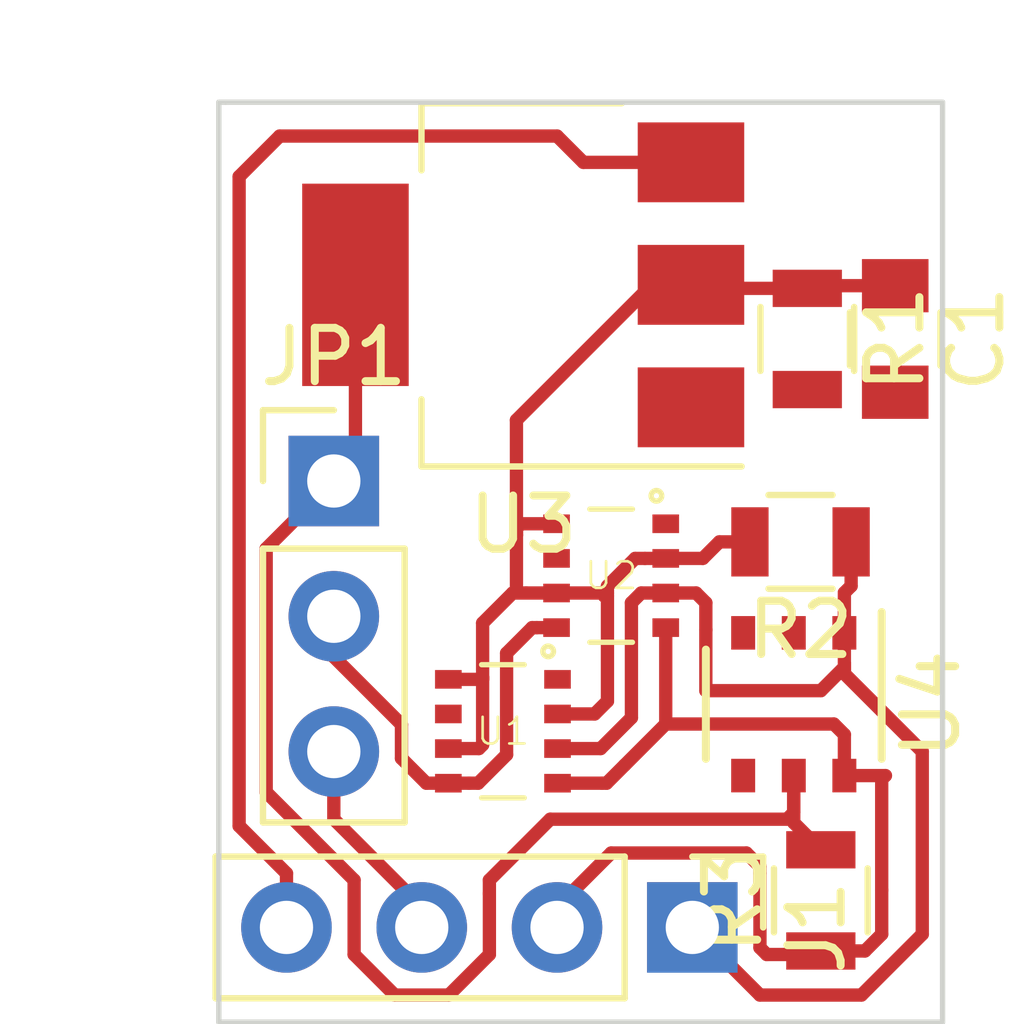
<source format=kicad_pcb>
(kicad_pcb (version 4) (host pcbnew 4.0.6-e0-6349~53~ubuntu16.04.1)

  (general
    (links 33)
    (no_connects 9)
    (area 157.429999 71.831999 171.119001 89.204001)
    (thickness 1.6)
    (drawings 5)
    (tracks 120)
    (zones 0)
    (modules 10)
    (nets 7)
  )

  (page A4)
  (layers
    (0 F.Cu signal)
    (31 B.Cu signal)
    (32 B.Adhes user)
    (33 F.Adhes user)
    (34 B.Paste user)
    (35 F.Paste user)
    (36 B.SilkS user)
    (37 F.SilkS user)
    (38 B.Mask user)
    (39 F.Mask user)
    (40 Dwgs.User user)
    (41 Cmts.User user)
    (42 Eco1.User user)
    (43 Eco2.User user)
    (44 Edge.Cuts user)
    (45 Margin user)
    (46 B.CrtYd user)
    (47 F.CrtYd user)
    (48 B.Fab user)
    (49 F.Fab user)
  )

  (setup
    (last_trace_width 0.25)
    (trace_clearance 0.2)
    (zone_clearance 0.508)
    (zone_45_only no)
    (trace_min 0.2)
    (segment_width 0.2)
    (edge_width 0.1)
    (via_size 0.6)
    (via_drill 0.4)
    (via_min_size 0.4)
    (via_min_drill 0.3)
    (uvia_size 0.3)
    (uvia_drill 0.1)
    (uvias_allowed no)
    (uvia_min_size 0.2)
    (uvia_min_drill 0.1)
    (pcb_text_width 0.3)
    (pcb_text_size 1.5 1.5)
    (mod_edge_width 0.15)
    (mod_text_size 1 1)
    (mod_text_width 0.15)
    (pad_size 1.5 1.5)
    (pad_drill 0.6)
    (pad_to_mask_clearance 0)
    (aux_axis_origin 0 0)
    (visible_elements FFFCFF7F)
    (pcbplotparams
      (layerselection 0x00030_80000001)
      (usegerberextensions false)
      (excludeedgelayer true)
      (linewidth 0.100000)
      (plotframeref false)
      (viasonmask false)
      (mode 1)
      (useauxorigin false)
      (hpglpennumber 1)
      (hpglpenspeed 20)
      (hpglpendiameter 15)
      (hpglpenoverlay 2)
      (psnegative false)
      (psa4output false)
      (plotreference true)
      (plotvalue true)
      (plotinvisibletext false)
      (padsonsilk false)
      (subtractmaskfromsilk false)
      (outputformat 1)
      (mirror false)
      (drillshape 1)
      (scaleselection 1)
      (outputdirectory ""))
  )

  (net 0 "")
  (net 1 +3V3)
  (net 2 GND)
  (net 3 SDA)
  (net 4 SCL)
  (net 5 +5V)
  (net 6 "Net-(JP1-Pad2)")

  (net_class Default "This is the default net class."
    (clearance 0.2)
    (trace_width 0.25)
    (via_dia 0.6)
    (via_drill 0.4)
    (uvia_dia 0.3)
    (uvia_drill 0.1)
    (add_net +3V3)
    (add_net +5V)
    (add_net GND)
    (add_net "Net-(JP1-Pad2)")
    (add_net SCL)
    (add_net SDA)
  )

  (module TO_SOT_Packages_SMD:SOT-223 (layer F.Cu) (tedit 596E3A95) (tstamp 596E37F3)
    (at 163.195 75.311 180)
    (descr "module CMS SOT223 4 pins")
    (tags "CMS SOT")
    (path /596DFE49)
    (attr smd)
    (fp_text reference U3 (at 0 -4.5 180) (layer F.SilkS)
      (effects (font (size 1 1) (thickness 0.15)))
    )
    (fp_text value LD1117S33TR (at 0 4.5 180) (layer F.Fab)
      (effects (font (size 1 1) (thickness 0.15)))
    )
    (fp_text user %R (at 0 0 180) (layer F.Fab)
      (effects (font (size 0.8 0.8) (thickness 0.12)))
    )
    (fp_line (start -1.85 -2.3) (end -0.8 -3.35) (layer F.Fab) (width 0.1))
    (fp_line (start 1.91 3.41) (end 1.91 2.15) (layer F.SilkS) (width 0.12))
    (fp_line (start 1.91 -3.41) (end 1.91 -2.15) (layer F.SilkS) (width 0.12))
    (fp_line (start 4.4 -3.6) (end -4.4 -3.6) (layer F.CrtYd) (width 0.05))
    (fp_line (start 4.4 3.6) (end 4.4 -3.6) (layer F.CrtYd) (width 0.05))
    (fp_line (start -4.4 3.6) (end 4.4 3.6) (layer F.CrtYd) (width 0.05))
    (fp_line (start -4.4 -3.6) (end -4.4 3.6) (layer F.CrtYd) (width 0.05))
    (fp_line (start -1.85 -2.3) (end -1.85 3.35) (layer F.Fab) (width 0.1))
    (fp_line (start -1.85 3.41) (end 1.91 3.41) (layer F.SilkS) (width 0.12))
    (fp_line (start -0.8 -3.35) (end 1.85 -3.35) (layer F.Fab) (width 0.1))
    (fp_line (start -4.1 -3.41) (end 1.91 -3.41) (layer F.SilkS) (width 0.12))
    (fp_line (start -1.85 3.35) (end 1.85 3.35) (layer F.Fab) (width 0.1))
    (fp_line (start 1.85 -3.35) (end 1.85 3.35) (layer F.Fab) (width 0.1))
    (pad 2 smd rect (at 3.15 0 180) (size 2 3.8) (layers F.Cu F.Paste F.Mask)
      (net 1 +3V3))
    (pad 2 smd rect (at -3.15 0 180) (size 2 1.5) (layers F.Cu F.Paste F.Mask)
      (net 1 +3V3))
    (pad 3 smd rect (at -3.15 2.3 180) (size 2 1.5) (layers F.Cu F.Paste F.Mask)
      (net 5 +5V))
    (pad 1 smd rect (at -3.15 -2.3 180) (size 2 1.5) (layers F.Cu F.Paste F.Mask)
      (net 2 GND))
    (model ${KISYS3DMOD}/TO_SOT_Packages_SMD.3dshapes/SOT-223.wrl
      (at (xyz 0 0 0))
      (scale (xyz 1 1 1))
      (rotate (xyz 0 0 0))
    )
  )

  (module Housings_DFN_QFN:DFN-6-1EP_3x3mm_Pitch0.95mm (layer F.Cu) (tedit 596E37DE) (tstamp 596E380C)
    (at 168.275 83.185 270)
    (descr "DFN6 3*3 MM, 0.95 PITCH; CASE 506AH-01 (see ON Semiconductor 506AH.PDF)")
    (tags "DFN 0.95")
    (path /596E0897)
    (attr smd)
    (fp_text reference U4 (at 0 -2.575 270) (layer F.SilkS)
      (effects (font (size 1 1) (thickness 0.15)))
    )
    (fp_text value SHT21 (at 0 2.575 270) (layer F.Fab)
      (effects (font (size 1 1) (thickness 0.15)))
    )
    (fp_line (start -0.5 -1.5) (end 1.5 -1.5) (layer F.Fab) (width 0.15))
    (fp_line (start 1.5 -1.5) (end 1.5 1.5) (layer F.Fab) (width 0.15))
    (fp_line (start 1.5 1.5) (end -1.5 1.5) (layer F.Fab) (width 0.15))
    (fp_line (start -1.5 1.5) (end -1.5 -0.5) (layer F.Fab) (width 0.15))
    (fp_line (start -1.5 -0.5) (end -0.5 -1.5) (layer F.Fab) (width 0.15))
    (fp_line (start -1.9 -1.85) (end -1.9 1.85) (layer F.CrtYd) (width 0.05))
    (fp_line (start 1.9 -1.85) (end 1.9 1.85) (layer F.CrtYd) (width 0.05))
    (fp_line (start -1.9 -1.85) (end 1.9 -1.85) (layer F.CrtYd) (width 0.05))
    (fp_line (start -1.9 1.85) (end 1.9 1.85) (layer F.CrtYd) (width 0.05))
    (fp_line (start -1.025 1.65) (end 1.025 1.65) (layer F.SilkS) (width 0.15))
    (fp_line (start -1.73 -1.65) (end 1.025 -1.65) (layer F.SilkS) (width 0.15))
    (pad 1 smd rect (at -1.34 -0.95 270) (size 0.63 0.45) (layers F.Cu F.Paste F.Mask)
      (net 3 SDA))
    (pad 2 smd rect (at -1.34 0 270) (size 0.63 0.45) (layers F.Cu F.Paste F.Mask)
      (net 2 GND))
    (pad 3 smd rect (at -1.34 0.95 270) (size 0.63 0.45) (layers F.Cu F.Paste F.Mask))
    (pad 4 smd rect (at 1.34 0.95 270) (size 0.63 0.45) (layers F.Cu F.Paste F.Mask))
    (pad 5 smd rect (at 1.34 0 270) (size 0.63 0.45) (layers F.Cu F.Paste F.Mask)
      (net 1 +3V3))
    (pad 6 smd rect (at 1.34 -0.95 270) (size 0.63 0.45) (layers F.Cu F.Paste F.Mask)
      (net 4 SCL))
    (model Housings_DFN_QFN.3dshapes/DFN-6-1EP_3x3mm_Pitch0.95mm.wrl
      (at (xyz 0 0 0))
      (scale (xyz 1 1 1))
      (rotate (xyz 0 0 0))
    )
  )

  (module Capacitors_SMD:C_0805 (layer F.Cu) (tedit 58AA8463) (tstamp 596E375D)
    (at 170.18 76.327 270)
    (descr "Capacitor SMD 0805, reflow soldering, AVX (see smccp.pdf)")
    (tags "capacitor 0805")
    (path /596DFFD0)
    (attr smd)
    (fp_text reference C1 (at 0 -1.5 270) (layer F.SilkS)
      (effects (font (size 1 1) (thickness 0.15)))
    )
    (fp_text value C (at 0 1.75 270) (layer F.Fab)
      (effects (font (size 1 1) (thickness 0.15)))
    )
    (fp_text user %R (at 0 -1.5 270) (layer F.Fab)
      (effects (font (size 1 1) (thickness 0.15)))
    )
    (fp_line (start -1 0.62) (end -1 -0.62) (layer F.Fab) (width 0.1))
    (fp_line (start 1 0.62) (end -1 0.62) (layer F.Fab) (width 0.1))
    (fp_line (start 1 -0.62) (end 1 0.62) (layer F.Fab) (width 0.1))
    (fp_line (start -1 -0.62) (end 1 -0.62) (layer F.Fab) (width 0.1))
    (fp_line (start 0.5 -0.85) (end -0.5 -0.85) (layer F.SilkS) (width 0.12))
    (fp_line (start -0.5 0.85) (end 0.5 0.85) (layer F.SilkS) (width 0.12))
    (fp_line (start -1.75 -0.88) (end 1.75 -0.88) (layer F.CrtYd) (width 0.05))
    (fp_line (start -1.75 -0.88) (end -1.75 0.87) (layer F.CrtYd) (width 0.05))
    (fp_line (start 1.75 0.87) (end 1.75 -0.88) (layer F.CrtYd) (width 0.05))
    (fp_line (start 1.75 0.87) (end -1.75 0.87) (layer F.CrtYd) (width 0.05))
    (pad 1 smd rect (at -1 0 270) (size 1 1.25) (layers F.Cu F.Paste F.Mask)
      (net 1 +3V3))
    (pad 2 smd rect (at 1 0 270) (size 1 1.25) (layers F.Cu F.Paste F.Mask)
      (net 2 GND))
    (model Capacitors_SMD.3dshapes/C_0805.wrl
      (at (xyz 0 0 0))
      (scale (xyz 1 1 1))
      (rotate (xyz 0 0 0))
    )
  )

  (module Pin_Headers:Pin_Header_Straight_1x04_Pitch2.54mm (layer F.Cu) (tedit 59650532) (tstamp 596E3775)
    (at 166.37 87.376 270)
    (descr "Through hole straight pin header, 1x04, 2.54mm pitch, single row")
    (tags "Through hole pin header THT 1x04 2.54mm single row")
    (path /596DFEA8)
    (fp_text reference J1 (at 0 -2.33 270) (layer F.SilkS)
      (effects (font (size 1 1) (thickness 0.15)))
    )
    (fp_text value i2c (at 0 9.95 270) (layer F.Fab)
      (effects (font (size 1 1) (thickness 0.15)))
    )
    (fp_line (start -0.635 -1.27) (end 1.27 -1.27) (layer F.Fab) (width 0.1))
    (fp_line (start 1.27 -1.27) (end 1.27 8.89) (layer F.Fab) (width 0.1))
    (fp_line (start 1.27 8.89) (end -1.27 8.89) (layer F.Fab) (width 0.1))
    (fp_line (start -1.27 8.89) (end -1.27 -0.635) (layer F.Fab) (width 0.1))
    (fp_line (start -1.27 -0.635) (end -0.635 -1.27) (layer F.Fab) (width 0.1))
    (fp_line (start -1.33 8.95) (end 1.33 8.95) (layer F.SilkS) (width 0.12))
    (fp_line (start -1.33 1.27) (end -1.33 8.95) (layer F.SilkS) (width 0.12))
    (fp_line (start 1.33 1.27) (end 1.33 8.95) (layer F.SilkS) (width 0.12))
    (fp_line (start -1.33 1.27) (end 1.33 1.27) (layer F.SilkS) (width 0.12))
    (fp_line (start -1.33 0) (end -1.33 -1.33) (layer F.SilkS) (width 0.12))
    (fp_line (start -1.33 -1.33) (end 0 -1.33) (layer F.SilkS) (width 0.12))
    (fp_line (start -1.8 -1.8) (end -1.8 9.4) (layer F.CrtYd) (width 0.05))
    (fp_line (start -1.8 9.4) (end 1.8 9.4) (layer F.CrtYd) (width 0.05))
    (fp_line (start 1.8 9.4) (end 1.8 -1.8) (layer F.CrtYd) (width 0.05))
    (fp_line (start 1.8 -1.8) (end -1.8 -1.8) (layer F.CrtYd) (width 0.05))
    (fp_text user %R (at 0 3.81 360) (layer F.Fab)
      (effects (font (size 1 1) (thickness 0.15)))
    )
    (pad 1 thru_hole rect (at 0 0 270) (size 1.7 1.7) (drill 1) (layers *.Cu *.Mask)
      (net 3 SDA))
    (pad 2 thru_hole oval (at 0 2.54 270) (size 1.7 1.7) (drill 1) (layers *.Cu *.Mask)
      (net 4 SCL))
    (pad 3 thru_hole oval (at 0 5.08 270) (size 1.7 1.7) (drill 1) (layers *.Cu *.Mask)
      (net 2 GND))
    (pad 4 thru_hole oval (at 0 7.62 270) (size 1.7 1.7) (drill 1) (layers *.Cu *.Mask)
      (net 5 +5V))
    (model ${KISYS3DMOD}/Pin_Headers.3dshapes/Pin_Header_Straight_1x04_Pitch2.54mm.wrl
      (at (xyz 0 0 0))
      (scale (xyz 1 1 1))
      (rotate (xyz 0 0 0))
    )
  )

  (module Pin_Headers:Pin_Header_Straight_1x03_Pitch2.54mm (layer F.Cu) (tedit 59650532) (tstamp 596E378C)
    (at 159.639 78.994)
    (descr "Through hole straight pin header, 1x03, 2.54mm pitch, single row")
    (tags "Through hole pin header THT 1x03 2.54mm single row")
    (path /596E1486)
    (fp_text reference JP1 (at 0 -2.33) (layer F.SilkS)
      (effects (font (size 1 1) (thickness 0.15)))
    )
    (fp_text value Jumper_NC_Dual (at 0 7.41) (layer F.Fab)
      (effects (font (size 1 1) (thickness 0.15)))
    )
    (fp_line (start -0.635 -1.27) (end 1.27 -1.27) (layer F.Fab) (width 0.1))
    (fp_line (start 1.27 -1.27) (end 1.27 6.35) (layer F.Fab) (width 0.1))
    (fp_line (start 1.27 6.35) (end -1.27 6.35) (layer F.Fab) (width 0.1))
    (fp_line (start -1.27 6.35) (end -1.27 -0.635) (layer F.Fab) (width 0.1))
    (fp_line (start -1.27 -0.635) (end -0.635 -1.27) (layer F.Fab) (width 0.1))
    (fp_line (start -1.33 6.41) (end 1.33 6.41) (layer F.SilkS) (width 0.12))
    (fp_line (start -1.33 1.27) (end -1.33 6.41) (layer F.SilkS) (width 0.12))
    (fp_line (start 1.33 1.27) (end 1.33 6.41) (layer F.SilkS) (width 0.12))
    (fp_line (start -1.33 1.27) (end 1.33 1.27) (layer F.SilkS) (width 0.12))
    (fp_line (start -1.33 0) (end -1.33 -1.33) (layer F.SilkS) (width 0.12))
    (fp_line (start -1.33 -1.33) (end 0 -1.33) (layer F.SilkS) (width 0.12))
    (fp_line (start -1.8 -1.8) (end -1.8 6.85) (layer F.CrtYd) (width 0.05))
    (fp_line (start -1.8 6.85) (end 1.8 6.85) (layer F.CrtYd) (width 0.05))
    (fp_line (start 1.8 6.85) (end 1.8 -1.8) (layer F.CrtYd) (width 0.05))
    (fp_line (start 1.8 -1.8) (end -1.8 -1.8) (layer F.CrtYd) (width 0.05))
    (fp_text user %R (at 0 2.54 90) (layer F.Fab)
      (effects (font (size 1 1) (thickness 0.15)))
    )
    (pad 1 thru_hole rect (at 0 0) (size 1.7 1.7) (drill 1) (layers *.Cu *.Mask)
      (net 1 +3V3))
    (pad 2 thru_hole oval (at 0 2.54) (size 1.7 1.7) (drill 1) (layers *.Cu *.Mask)
      (net 6 "Net-(JP1-Pad2)"))
    (pad 3 thru_hole oval (at 0 5.08) (size 1.7 1.7) (drill 1) (layers *.Cu *.Mask)
      (net 2 GND))
    (model ${KISYS3DMOD}/Pin_Headers.3dshapes/Pin_Header_Straight_1x03_Pitch2.54mm.wrl
      (at (xyz 0 0 0))
      (scale (xyz 1 1 1))
      (rotate (xyz 0 0 0))
    )
  )

  (module Resistors_SMD:R_0805 (layer F.Cu) (tedit 58E0A804) (tstamp 596E379D)
    (at 168.529 76.327 270)
    (descr "Resistor SMD 0805, reflow soldering, Vishay (see dcrcw.pdf)")
    (tags "resistor 0805")
    (path /596E00CB)
    (attr smd)
    (fp_text reference R1 (at 0 -1.65 270) (layer F.SilkS)
      (effects (font (size 1 1) (thickness 0.15)))
    )
    (fp_text value R (at 0 1.75 270) (layer F.Fab)
      (effects (font (size 1 1) (thickness 0.15)))
    )
    (fp_text user %R (at 0 0 270) (layer F.Fab)
      (effects (font (size 0.5 0.5) (thickness 0.075)))
    )
    (fp_line (start -1 0.62) (end -1 -0.62) (layer F.Fab) (width 0.1))
    (fp_line (start 1 0.62) (end -1 0.62) (layer F.Fab) (width 0.1))
    (fp_line (start 1 -0.62) (end 1 0.62) (layer F.Fab) (width 0.1))
    (fp_line (start -1 -0.62) (end 1 -0.62) (layer F.Fab) (width 0.1))
    (fp_line (start 0.6 0.88) (end -0.6 0.88) (layer F.SilkS) (width 0.12))
    (fp_line (start -0.6 -0.88) (end 0.6 -0.88) (layer F.SilkS) (width 0.12))
    (fp_line (start -1.55 -0.9) (end 1.55 -0.9) (layer F.CrtYd) (width 0.05))
    (fp_line (start -1.55 -0.9) (end -1.55 0.9) (layer F.CrtYd) (width 0.05))
    (fp_line (start 1.55 0.9) (end 1.55 -0.9) (layer F.CrtYd) (width 0.05))
    (fp_line (start 1.55 0.9) (end -1.55 0.9) (layer F.CrtYd) (width 0.05))
    (pad 1 smd rect (at -0.95 0 270) (size 0.7 1.3) (layers F.Cu F.Paste F.Mask)
      (net 1 +3V3))
    (pad 2 smd rect (at 0.95 0 270) (size 0.7 1.3) (layers F.Cu F.Paste F.Mask)
      (net 2 GND))
    (model ${KISYS3DMOD}/Resistors_SMD.3dshapes/R_0805.wrl
      (at (xyz 0 0 0))
      (scale (xyz 1 1 1))
      (rotate (xyz 0 0 0))
    )
  )

  (module Resistors_SMD:R_0805 (layer F.Cu) (tedit 58E0A804) (tstamp 596E37AE)
    (at 168.402 80.137 180)
    (descr "Resistor SMD 0805, reflow soldering, Vishay (see dcrcw.pdf)")
    (tags "resistor 0805")
    (path /596E002D)
    (attr smd)
    (fp_text reference R2 (at 0 -1.65 180) (layer F.SilkS)
      (effects (font (size 1 1) (thickness 0.15)))
    )
    (fp_text value R (at 0 1.75 180) (layer F.Fab)
      (effects (font (size 1 1) (thickness 0.15)))
    )
    (fp_text user %R (at 0 0 180) (layer F.Fab)
      (effects (font (size 0.5 0.5) (thickness 0.075)))
    )
    (fp_line (start -1 0.62) (end -1 -0.62) (layer F.Fab) (width 0.1))
    (fp_line (start 1 0.62) (end -1 0.62) (layer F.Fab) (width 0.1))
    (fp_line (start 1 -0.62) (end 1 0.62) (layer F.Fab) (width 0.1))
    (fp_line (start -1 -0.62) (end 1 -0.62) (layer F.Fab) (width 0.1))
    (fp_line (start 0.6 0.88) (end -0.6 0.88) (layer F.SilkS) (width 0.12))
    (fp_line (start -0.6 -0.88) (end 0.6 -0.88) (layer F.SilkS) (width 0.12))
    (fp_line (start -1.55 -0.9) (end 1.55 -0.9) (layer F.CrtYd) (width 0.05))
    (fp_line (start -1.55 -0.9) (end -1.55 0.9) (layer F.CrtYd) (width 0.05))
    (fp_line (start 1.55 0.9) (end 1.55 -0.9) (layer F.CrtYd) (width 0.05))
    (fp_line (start 1.55 0.9) (end -1.55 0.9) (layer F.CrtYd) (width 0.05))
    (pad 1 smd rect (at -0.95 0 180) (size 0.7 1.3) (layers F.Cu F.Paste F.Mask)
      (net 3 SDA))
    (pad 2 smd rect (at 0.95 0 180) (size 0.7 1.3) (layers F.Cu F.Paste F.Mask)
      (net 1 +3V3))
    (model ${KISYS3DMOD}/Resistors_SMD.3dshapes/R_0805.wrl
      (at (xyz 0 0 0))
      (scale (xyz 1 1 1))
      (rotate (xyz 0 0 0))
    )
  )

  (module Resistors_SMD:R_0805 (layer F.Cu) (tedit 58E0A804) (tstamp 596E37BF)
    (at 168.783 86.868 90)
    (descr "Resistor SMD 0805, reflow soldering, Vishay (see dcrcw.pdf)")
    (tags "resistor 0805")
    (path /596E008C)
    (attr smd)
    (fp_text reference R3 (at 0 -1.65 90) (layer F.SilkS)
      (effects (font (size 1 1) (thickness 0.15)))
    )
    (fp_text value R (at 0 1.75 90) (layer F.Fab)
      (effects (font (size 1 1) (thickness 0.15)))
    )
    (fp_text user %R (at 0 0 90) (layer F.Fab)
      (effects (font (size 0.5 0.5) (thickness 0.075)))
    )
    (fp_line (start -1 0.62) (end -1 -0.62) (layer F.Fab) (width 0.1))
    (fp_line (start 1 0.62) (end -1 0.62) (layer F.Fab) (width 0.1))
    (fp_line (start 1 -0.62) (end 1 0.62) (layer F.Fab) (width 0.1))
    (fp_line (start -1 -0.62) (end 1 -0.62) (layer F.Fab) (width 0.1))
    (fp_line (start 0.6 0.88) (end -0.6 0.88) (layer F.SilkS) (width 0.12))
    (fp_line (start -0.6 -0.88) (end 0.6 -0.88) (layer F.SilkS) (width 0.12))
    (fp_line (start -1.55 -0.9) (end 1.55 -0.9) (layer F.CrtYd) (width 0.05))
    (fp_line (start -1.55 -0.9) (end -1.55 0.9) (layer F.CrtYd) (width 0.05))
    (fp_line (start 1.55 0.9) (end 1.55 -0.9) (layer F.CrtYd) (width 0.05))
    (fp_line (start 1.55 0.9) (end -1.55 0.9) (layer F.CrtYd) (width 0.05))
    (pad 1 smd rect (at -0.95 0 90) (size 0.7 1.3) (layers F.Cu F.Paste F.Mask)
      (net 4 SCL))
    (pad 2 smd rect (at 0.95 0 90) (size 0.7 1.3) (layers F.Cu F.Paste F.Mask)
      (net 1 +3V3))
    (model ${KISYS3DMOD}/Resistors_SMD.3dshapes/R_0805.wrl
      (at (xyz 0 0 0))
      (scale (xyz 1 1 1))
      (rotate (xyz 0 0 0))
    )
  )

  (module bosch:BME280 (layer F.Cu) (tedit 5860E766) (tstamp 596E37CE)
    (at 162.814 83.693)
    (path /596E0124)
    (attr smd)
    (fp_text reference U1 (at 0 0) (layer F.SilkS)
      (effects (font (size 0.5 0.5) (thickness 0.05)))
    )
    (fp_text value BMXX80 (at 0 0) (layer F.Fab)
      (effects (font (size 0.5 0.5) (thickness 0.05)))
    )
    (fp_line (start -0.4 1.25) (end 0.4 1.25) (layer F.SilkS) (width 0.1))
    (fp_line (start -0.4 -1.25) (end 0.4 -1.25) (layer F.SilkS) (width 0.1))
    (fp_circle (center 0.85 -1.5) (end 0.85 -1.6) (layer F.SilkS) (width 0.1))
    (pad 1 smd rect (at 1.025 -0.975) (size 0.5 0.35) (layers F.Cu F.Paste F.Mask)
      (net 2 GND))
    (pad 2 smd rect (at 1.025 -0.325) (size 0.5 0.35) (layers F.Cu F.Paste F.Mask)
      (net 1 +3V3))
    (pad 3 smd rect (at 1.025 0.325) (size 0.5 0.35) (layers F.Cu F.Paste F.Mask)
      (net 3 SDA))
    (pad 4 smd rect (at 1.025 0.975) (size 0.5 0.35) (layers F.Cu F.Paste F.Mask)
      (net 4 SCL))
    (pad 5 smd rect (at -1.025 0.975) (size 0.5 0.35) (layers F.Cu F.Paste F.Mask)
      (net 6 "Net-(JP1-Pad2)"))
    (pad 6 smd rect (at -1.025 0.325) (size 0.5 0.35) (layers F.Cu F.Paste F.Mask)
      (net 1 +3V3))
    (pad 7 smd rect (at -1.025 -0.325) (size 0.5 0.35) (layers F.Cu F.Paste F.Mask)
      (net 2 GND))
    (pad 8 smd rect (at -1.025 -0.975) (size 0.5 0.35) (layers F.Cu F.Paste F.Mask)
      (net 1 +3V3))
    (model Housings_DFN_QFN.3dshapes/DFN-8-1EP_2x2mm_Pitch0.5mm.wrl
      (at (xyz 0 0 0))
      (scale (xyz 1.2 1.2 1.2))
      (rotate (xyz 0 0 0))
    )
  )

  (module bosch:BME280 (layer F.Cu) (tedit 5860E766) (tstamp 596E37DD)
    (at 164.846 80.772)
    (path /596E0098)
    (attr smd)
    (fp_text reference U2 (at 0 0) (layer F.SilkS)
      (effects (font (size 0.5 0.5) (thickness 0.05)))
    )
    (fp_text value BMXX80 (at 0 0) (layer F.Fab)
      (effects (font (size 0.5 0.5) (thickness 0.05)))
    )
    (fp_line (start -0.4 1.25) (end 0.4 1.25) (layer F.SilkS) (width 0.1))
    (fp_line (start -0.4 -1.25) (end 0.4 -1.25) (layer F.SilkS) (width 0.1))
    (fp_circle (center 0.85 -1.5) (end 0.85 -1.6) (layer F.SilkS) (width 0.1))
    (pad 1 smd rect (at 1.025 -0.975) (size 0.5 0.35) (layers F.Cu F.Paste F.Mask)
      (net 2 GND))
    (pad 2 smd rect (at 1.025 -0.325) (size 0.5 0.35) (layers F.Cu F.Paste F.Mask)
      (net 1 +3V3))
    (pad 3 smd rect (at 1.025 0.325) (size 0.5 0.35) (layers F.Cu F.Paste F.Mask)
      (net 3 SDA))
    (pad 4 smd rect (at 1.025 0.975) (size 0.5 0.35) (layers F.Cu F.Paste F.Mask)
      (net 4 SCL))
    (pad 5 smd rect (at -1.025 0.975) (size 0.5 0.35) (layers F.Cu F.Paste F.Mask)
      (net 6 "Net-(JP1-Pad2)"))
    (pad 6 smd rect (at -1.025 0.325) (size 0.5 0.35) (layers F.Cu F.Paste F.Mask)
      (net 1 +3V3))
    (pad 7 smd rect (at -1.025 -0.325) (size 0.5 0.35) (layers F.Cu F.Paste F.Mask)
      (net 2 GND))
    (pad 8 smd rect (at -1.025 -0.975) (size 0.5 0.35) (layers F.Cu F.Paste F.Mask)
      (net 1 +3V3))
    (model Housings_DFN_QFN.3dshapes/DFN-8-1EP_2x2mm_Pitch0.5mm.wrl
      (at (xyz 0 0 0))
      (scale (xyz 1.2 1.2 1.2))
      (rotate (xyz 0 0 0))
    )
  )

  (gr_line (start 157.48 71.882) (end 157.607 71.882) (angle 90) (layer Edge.Cuts) (width 0.1))
  (gr_line (start 157.48 89.154) (end 157.48 71.882) (angle 90) (layer Edge.Cuts) (width 0.1))
  (gr_line (start 171.069 71.882) (end 157.607 71.882) (angle 90) (layer Edge.Cuts) (width 0.1))
  (gr_line (start 171.069 89.154) (end 171.069 71.882) (angle 90) (layer Edge.Cuts) (width 0.1))
  (gr_line (start 157.48 89.154) (end 171.069 89.154) (angle 90) (layer Edge.Cuts) (width 0.1))

  (segment (start 162.56 86.741) (end 162.56 86.487) (width 0.25) (layer F.Cu) (net 1))
  (segment (start 162.56 86.487) (end 163.703 85.344) (width 0.25) (layer F.Cu) (net 1) (tstamp 596E3CA5))
  (segment (start 167.452 80.137) (end 166.878 80.137) (width 0.25) (layer F.Cu) (net 1) (status 400000))
  (segment (start 166.568 80.447) (end 165.871 80.447) (width 0.25) (layer F.Cu) (net 1) (tstamp 596E3C95) (status 800000))
  (segment (start 166.878 80.137) (end 166.568 80.447) (width 0.25) (layer F.Cu) (net 1) (tstamp 596E3C94))
  (segment (start 166.345 75.311) (end 165.608 75.311) (width 0.25) (layer F.Cu) (net 1) (status C00000))
  (segment (start 165.608 75.311) (end 163.068 77.851) (width 0.25) (layer F.Cu) (net 1) (tstamp 596E3C8C) (status 400000))
  (segment (start 163.068 77.851) (end 163.068 80.01) (width 0.25) (layer F.Cu) (net 1) (tstamp 596E3C8D))
  (segment (start 163.821 79.797) (end 163.154 79.797) (width 0.25) (layer F.Cu) (net 1) (status 400000))
  (segment (start 163.068 79.883) (end 163.068 80.01) (width 0.25) (layer F.Cu) (net 1) (tstamp 596E3C89))
  (segment (start 163.068 80.01) (end 163.068 81.097) (width 0.25) (layer F.Cu) (net 1) (tstamp 596E3C91))
  (segment (start 163.154 79.797) (end 163.068 79.883) (width 0.25) (layer F.Cu) (net 1) (tstamp 596E3C88))
  (segment (start 161.789 82.718) (end 162.433 82.718) (width 0.25) (layer F.Cu) (net 1) (status 400000))
  (segment (start 162.433 82.718) (end 162.433 82.677) (width 0.25) (layer F.Cu) (net 1) (tstamp 596E3C7A))
  (segment (start 168.275 84.525) (end 168.275 85.41) (width 0.25) (layer F.Cu) (net 1) (status 400000))
  (segment (start 168.275 85.41) (end 168.783 85.918) (width 0.25) (layer F.Cu) (net 1) (tstamp 596E3C49) (status 800000))
  (segment (start 160.045 75.311) (end 160.045 78.588) (width 0.25) (layer F.Cu) (net 1))
  (segment (start 160.045 78.588) (end 159.639 78.994) (width 0.25) (layer F.Cu) (net 1) (tstamp 596E3C19))
  (segment (start 170.18 75.327) (end 168.579 75.327) (width 0.25) (layer F.Cu) (net 1))
  (segment (start 168.579 75.327) (end 168.529 75.377) (width 0.25) (layer F.Cu) (net 1) (tstamp 596E3C15))
  (segment (start 168.529 75.377) (end 166.411 75.377) (width 0.25) (layer F.Cu) (net 1))
  (segment (start 166.411 75.377) (end 166.345 75.311) (width 0.25) (layer F.Cu) (net 1) (tstamp 596E3C12))
  (segment (start 168.275 85.217) (end 168.148 85.344) (width 0.25) (layer F.Cu) (net 1) (tstamp 596E3B06))
  (segment (start 168.275 84.525) (end 168.275 85.217) (width 0.25) (layer F.Cu) (net 1))
  (segment (start 168.148 85.344) (end 163.703 85.344) (width 0.25) (layer F.Cu) (net 1) (tstamp 596E3B07))
  (segment (start 158.369 80.264) (end 159.639 78.994) (width 0.25) (layer F.Cu) (net 1) (tstamp 596E3B36))
  (segment (start 158.369 84.836) (end 158.369 80.264) (width 0.25) (layer F.Cu) (net 1) (tstamp 596E3B34))
  (segment (start 160.02 86.487) (end 158.369 84.836) (width 0.25) (layer F.Cu) (net 1) (tstamp 596E3B32))
  (segment (start 160.02 87.884) (end 160.02 86.487) (width 0.25) (layer F.Cu) (net 1) (tstamp 596E3B31))
  (segment (start 160.782 88.646) (end 160.02 87.884) (width 0.25) (layer F.Cu) (net 1) (tstamp 596E3B30))
  (segment (start 161.798 88.646) (end 160.782 88.646) (width 0.25) (layer F.Cu) (net 1) (tstamp 596E3B2F))
  (segment (start 162.56 87.884) (end 161.798 88.646) (width 0.25) (layer F.Cu) (net 1) (tstamp 596E3B2E))
  (segment (start 162.56 86.741) (end 162.56 87.884) (width 0.25) (layer F.Cu) (net 1) (tstamp 596E3CA3))
  (segment (start 163.821 81.097) (end 164.776998 81.097) (width 0.25) (layer F.Cu) (net 1))
  (segment (start 164.719 81.153) (end 164.776998 81.153) (width 0.25) (layer F.Cu) (net 1) (tstamp 596E3A38))
  (segment (start 164.720998 81.153) (end 164.719 81.153) (width 0.25) (layer F.Cu) (net 1) (tstamp 596E3A37))
  (segment (start 164.776998 81.097) (end 164.720998 81.153) (width 0.25) (layer F.Cu) (net 1) (tstamp 596E3A36))
  (segment (start 161.789 84.018) (end 162.362 84.018) (width 0.25) (layer F.Cu) (net 1))
  (segment (start 162.362 84.018) (end 162.433 83.947) (width 0.25) (layer F.Cu) (net 1) (tstamp 596E3A1A))
  (segment (start 162.433 83.947) (end 162.433 82.677) (width 0.25) (layer F.Cu) (net 1) (tstamp 596E3A1B))
  (segment (start 162.997 81.097) (end 163.068 81.097) (width 0.25) (layer F.Cu) (net 1) (tstamp 596E3A1D))
  (segment (start 163.068 81.097) (end 163.251 81.097) (width 0.25) (layer F.Cu) (net 1) (tstamp 596E3C85))
  (segment (start 162.433 81.661) (end 162.997 81.097) (width 0.25) (layer F.Cu) (net 1) (tstamp 596E3A1C))
  (segment (start 162.433 82.677) (end 162.433 81.661) (width 0.25) (layer F.Cu) (net 1) (tstamp 596E3C7D))
  (segment (start 165.481 80.447) (end 165.298 80.447) (width 0.25) (layer F.Cu) (net 1))
  (segment (start 165.481 80.447) (end 165.871 80.447) (width 0.25) (layer F.Cu) (net 1) (tstamp 596E39F3))
  (segment (start 164.776998 80.968002) (end 164.776998 81.153) (width 0.25) (layer F.Cu) (net 1) (tstamp 596E39F6))
  (segment (start 165.298 80.447) (end 164.776998 80.968002) (width 0.25) (layer F.Cu) (net 1) (tstamp 596E39F5))
  (segment (start 164.776998 83.127002) (end 164.536 83.368) (width 0.25) (layer F.Cu) (net 1) (tstamp 596E39F7))
  (segment (start 163.839 83.368) (end 164.536 83.368) (width 0.25) (layer F.Cu) (net 1))
  (segment (start 164.776998 81.153) (end 164.776998 83.127002) (width 0.25) (layer F.Cu) (net 1) (tstamp 596E3A39))
  (segment (start 163.251 81.097) (end 163.821 81.097) (width 0.25) (layer F.Cu) (net 1) (tstamp 596E3903))
  (segment (start 161.29 87.376) (end 161.29 86.995) (width 0.25) (layer F.Cu) (net 2))
  (segment (start 161.29 86.995) (end 159.639 85.344) (width 0.25) (layer F.Cu) (net 2) (tstamp 596E3B1F))
  (segment (start 159.639 85.344) (end 159.639 84.074) (width 0.25) (layer F.Cu) (net 2) (tstamp 596E3B20))
  (segment (start 169.352 80.137) (end 169.352 80.965) (width 0.25) (layer F.Cu) (net 3) (status 400000))
  (segment (start 169.225 81.092) (end 169.225 81.845) (width 0.25) (layer F.Cu) (net 3) (tstamp 596E3C99) (status 800000))
  (segment (start 169.352 80.965) (end 169.225 81.092) (width 0.25) (layer F.Cu) (net 3) (tstamp 596E3C98))
  (segment (start 169.225 82.423) (end 169.225 82.611) (width 0.25) (layer F.Cu) (net 3))
  (segment (start 167.64 88.646) (end 166.37 87.376) (width 0.25) (layer F.Cu) (net 3) (tstamp 596E3C40) (status 800000))
  (segment (start 169.545 88.646) (end 167.64 88.646) (width 0.25) (layer F.Cu) (net 3) (tstamp 596E3C3E))
  (segment (start 170.688 87.503) (end 169.545 88.646) (width 0.25) (layer F.Cu) (net 3) (tstamp 596E3C3C))
  (segment (start 170.688 84.074) (end 170.688 87.503) (width 0.25) (layer F.Cu) (net 3) (tstamp 596E3C3A))
  (segment (start 169.225 82.611) (end 170.688 84.074) (width 0.25) (layer F.Cu) (net 3) (tstamp 596E3C39))
  (segment (start 166.624 81.788) (end 166.624 81.28) (width 0.25) (layer F.Cu) (net 3))
  (segment (start 166.624 81.28) (end 166.441 81.097) (width 0.25) (layer F.Cu) (net 3) (tstamp 596E39ED))
  (segment (start 169.225 81.845) (end 169.225 82.423) (width 0.25) (layer F.Cu) (net 3))
  (segment (start 169.225 82.423) (end 169.225 82.55) (width 0.25) (layer F.Cu) (net 3) (tstamp 596E3C37))
  (segment (start 169.225 82.55) (end 169.225 82.489) (width 0.25) (layer F.Cu) (net 3) (tstamp 596E3A7A))
  (segment (start 166.441 81.097) (end 165.871 81.097) (width 0.25) (layer F.Cu) (net 3) (tstamp 596E39E5))
  (segment (start 166.624 82.931) (end 166.624 81.788) (width 0.25) (layer F.Cu) (net 3) (tstamp 596E39E2))
  (segment (start 168.783 82.931) (end 166.624 82.931) (width 0.25) (layer F.Cu) (net 3) (tstamp 596E39E1))
  (segment (start 169.225 82.489) (end 168.783 82.931) (width 0.25) (layer F.Cu) (net 3) (tstamp 596E39E0))
  (segment (start 163.839 84.018) (end 164.648 84.018) (width 0.25) (layer F.Cu) (net 3))
  (segment (start 165.41 81.097) (end 165.871 81.097) (width 0.25) (layer F.Cu) (net 3) (tstamp 596E391A))
  (segment (start 165.227 81.28) (end 165.41 81.097) (width 0.25) (layer F.Cu) (net 3) (tstamp 596E3919))
  (segment (start 165.227 83.439) (end 165.227 81.28) (width 0.25) (layer F.Cu) (net 3) (tstamp 596E3918))
  (segment (start 164.648 84.018) (end 165.227 83.439) (width 0.25) (layer F.Cu) (net 3) (tstamp 596E3917))
  (segment (start 168.783 87.818) (end 169.611 87.818) (width 0.25) (layer F.Cu) (net 4) (status 400000))
  (segment (start 169.926 87.503) (end 169.926 86.675) (width 0.25) (layer F.Cu) (net 4) (tstamp 596E3C5E))
  (segment (start 169.611 87.818) (end 169.926 87.503) (width 0.25) (layer F.Cu) (net 4) (tstamp 596E3C5D))
  (segment (start 163.83 87.376) (end 163.83 86.995) (width 0.25) (layer F.Cu) (net 4) (status C00000))
  (segment (start 163.83 86.995) (end 164.846 85.979) (width 0.25) (layer F.Cu) (net 4) (tstamp 596E3C52) (status 400000))
  (segment (start 164.846 85.979) (end 167.386 85.979) (width 0.25) (layer F.Cu) (net 4) (tstamp 596E3C53))
  (segment (start 167.386 85.979) (end 167.64 86.233) (width 0.25) (layer F.Cu) (net 4) (tstamp 596E3C55))
  (segment (start 167.64 86.233) (end 167.64 86.36) (width 0.25) (layer F.Cu) (net 4) (tstamp 596E3C56))
  (segment (start 167.64 86.36) (end 167.64 87.757) (width 0.25) (layer F.Cu) (net 4) (tstamp 596E3C57))
  (segment (start 167.64 87.757) (end 167.767 87.884) (width 0.25) (layer F.Cu) (net 4) (tstamp 596E3C58))
  (segment (start 167.767 87.884) (end 168.717 87.884) (width 0.25) (layer F.Cu) (net 4) (tstamp 596E3C59) (status 800000))
  (segment (start 168.717 87.884) (end 168.783 87.818) (width 0.25) (layer F.Cu) (net 4) (tstamp 596E3C5A) (status C00000))
  (segment (start 169.225 84.525) (end 169.996 84.525) (width 0.25) (layer F.Cu) (net 4) (status 400000))
  (segment (start 169.926 84.595) (end 169.926 86.675) (width 0.25) (layer F.Cu) (net 4) (tstamp 596E3C4D))
  (segment (start 169.996 84.525) (end 169.926 84.595) (width 0.25) (layer F.Cu) (net 4) (tstamp 596E3C4C))
  (segment (start 169.225 84.525) (end 169.225 83.754) (width 0.25) (layer F.Cu) (net 4))
  (segment (start 169.028 83.557) (end 165.871 83.557) (width 0.25) (layer F.Cu) (net 4) (tstamp 596E3AFB))
  (segment (start 169.225 83.754) (end 169.028 83.557) (width 0.25) (layer F.Cu) (net 4) (tstamp 596E3AFA))
  (segment (start 163.839 84.668) (end 164.678 84.668) (width 0.25) (layer F.Cu) (net 4))
  (segment (start 164.678 84.668) (end 164.76 84.668) (width 0.25) (layer F.Cu) (net 4) (tstamp 596E3A59))
  (segment (start 164.76 84.668) (end 165.1 84.328) (width 0.25) (layer F.Cu) (net 4) (tstamp 596E3910))
  (segment (start 165.871 83.557) (end 165.871 81.747) (width 0.25) (layer F.Cu) (net 4) (tstamp 596E3911))
  (segment (start 165.1 84.328) (end 165.871 83.557) (width 0.25) (layer F.Cu) (net 4) (tstamp 596E3A7F))
  (segment (start 158.75 87.376) (end 158.75 86.36) (width 0.25) (layer F.Cu) (net 5) (status 400000))
  (segment (start 164.324 73.011) (end 166.345 73.011) (width 0.25) (layer F.Cu) (net 5) (tstamp 596E3C68) (status 800000))
  (segment (start 163.83 72.517) (end 164.324 73.011) (width 0.25) (layer F.Cu) (net 5) (tstamp 596E3C67))
  (segment (start 158.623 72.517) (end 163.83 72.517) (width 0.25) (layer F.Cu) (net 5) (tstamp 596E3C66))
  (segment (start 157.861 73.279) (end 158.623 72.517) (width 0.25) (layer F.Cu) (net 5) (tstamp 596E3C64))
  (segment (start 157.861 85.471) (end 157.861 73.279) (width 0.25) (layer F.Cu) (net 5) (tstamp 596E3C63))
  (segment (start 158.75 86.36) (end 157.861 85.471) (width 0.25) (layer F.Cu) (net 5) (tstamp 596E3C61))
  (segment (start 161.789 84.668) (end 161.376 84.668) (width 0.25) (layer F.Cu) (net 6))
  (segment (start 160.909 83.566) (end 159.639 82.296) (width 0.25) (layer F.Cu) (net 6) (tstamp 596E3B1B))
  (segment (start 160.909 84.201) (end 160.909 83.566) (width 0.25) (layer F.Cu) (net 6) (tstamp 596E3B1A))
  (segment (start 161.376 84.668) (end 160.909 84.201) (width 0.25) (layer F.Cu) (net 6) (tstamp 596E3B19))
  (segment (start 159.639 82.296) (end 159.639 81.534) (width 0.25) (layer F.Cu) (net 6) (tstamp 596E3B1C))
  (segment (start 163.449 81.747) (end 163.363 81.747) (width 0.25) (layer F.Cu) (net 6))
  (segment (start 163.363 81.747) (end 162.883002 82.226998) (width 0.25) (layer F.Cu) (net 6) (tstamp 596E3A30))
  (segment (start 162.179 84.668) (end 162.348398 84.668) (width 0.25) (layer F.Cu) (net 6))
  (segment (start 162.883002 84.133396) (end 162.883002 82.226998) (width 0.25) (layer F.Cu) (net 6) (tstamp 596E3A23))
  (segment (start 162.348398 84.668) (end 162.883002 84.133396) (width 0.25) (layer F.Cu) (net 6) (tstamp 596E3A22))
  (segment (start 162.179 84.668) (end 161.789 84.668) (width 0.25) (layer F.Cu) (net 6) (tstamp 596E3A20))
  (segment (start 163.449 81.747) (end 163.821 81.747) (width 0.25) (layer F.Cu) (net 6) (tstamp 596E3A2E))

)

</source>
